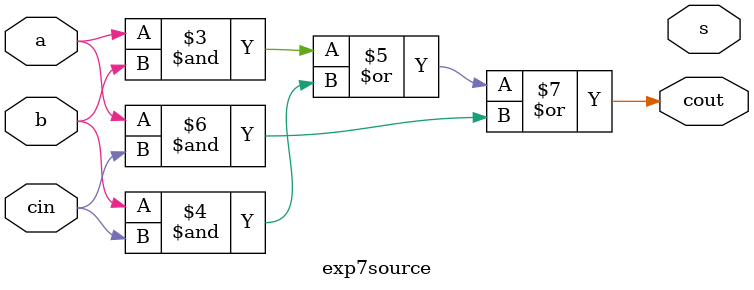
<source format=v>
`timescale 1ns / 1ps
module exp7source(a,b,cin, s,cout);
    input a,b,cin;
    output s,cout;
	 assign sum = a ^ b ^ cin;
	 assign cout = (a & b) | (b & cin) | (a & cin);

endmodule

</source>
